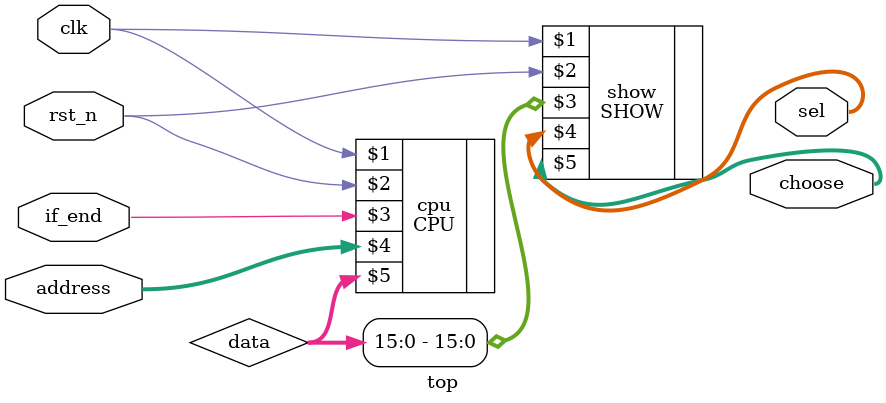
<source format=v>
`timescale 1ns / 1ps
module top(
	input clk,
	input rst_n,
	input [6:0] address,
	input if_end,
	output [7:0] sel,
	output [3:0] choose
	);
wire [31:0] data;
CPU cpu(clk, rst_n, if_end, address, data);
SHOW show(clk, rst_n, data[15:0], sel, choose);

endmodule

</source>
